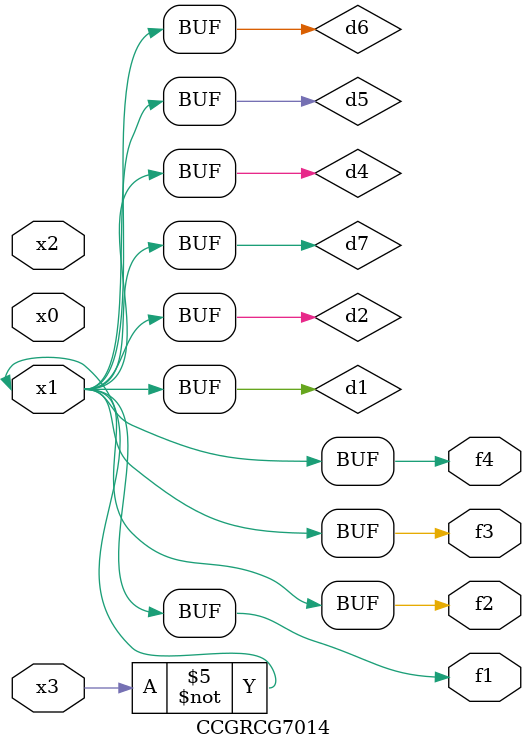
<source format=v>
module CCGRCG7014(
	input x0, x1, x2, x3,
	output f1, f2, f3, f4
);

	wire d1, d2, d3, d4, d5, d6, d7;

	not (d1, x3);
	buf (d2, x1);
	xnor (d3, d1, d2);
	nor (d4, d1);
	buf (d5, d1, d2);
	buf (d6, d4, d5);
	nand (d7, d4);
	assign f1 = d6;
	assign f2 = d7;
	assign f3 = d6;
	assign f4 = d6;
endmodule

</source>
